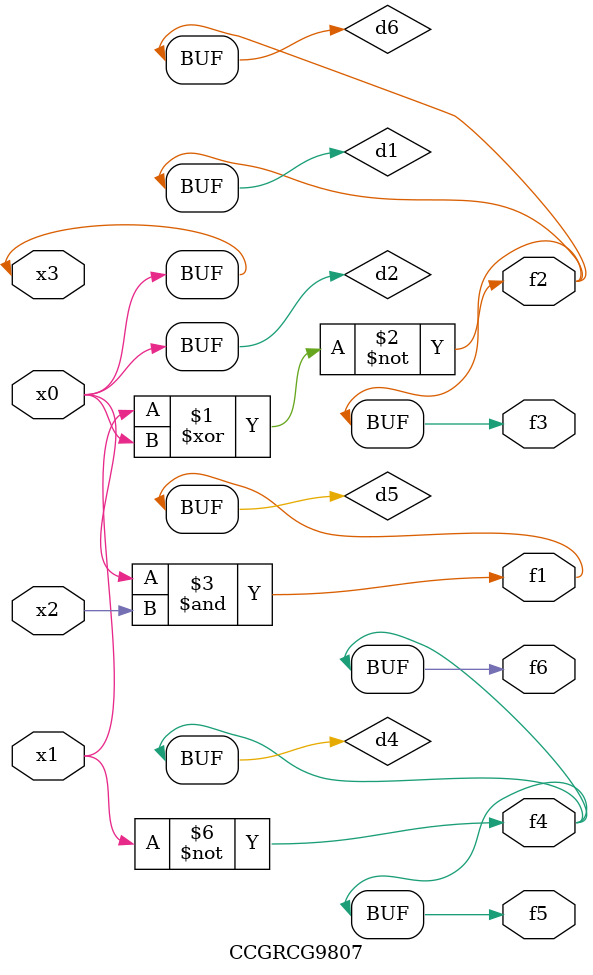
<source format=v>
module CCGRCG9807(
	input x0, x1, x2, x3,
	output f1, f2, f3, f4, f5, f6
);

	wire d1, d2, d3, d4, d5, d6;

	xnor (d1, x1, x3);
	buf (d2, x0, x3);
	nand (d3, x0, x2);
	not (d4, x1);
	nand (d5, d3);
	or (d6, d1);
	assign f1 = d5;
	assign f2 = d6;
	assign f3 = d6;
	assign f4 = d4;
	assign f5 = d4;
	assign f6 = d4;
endmodule

</source>
